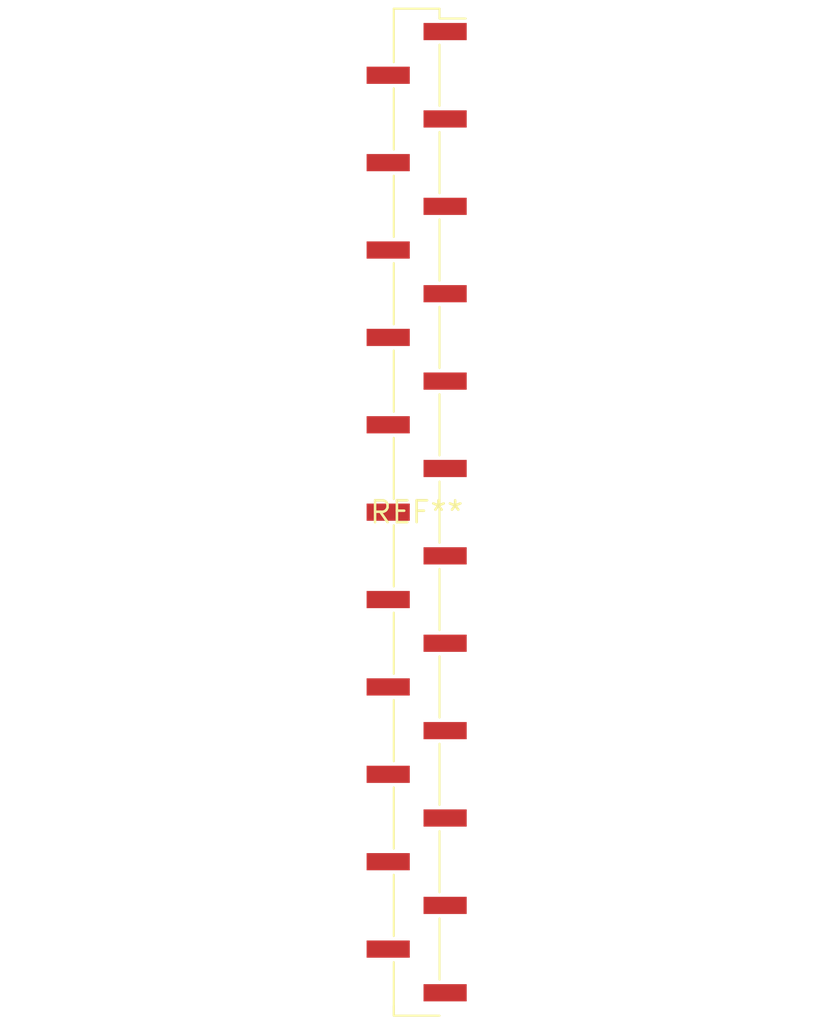
<source format=kicad_pcb>
(kicad_pcb (version 20240108) (generator pcbnew)
  (layers (0 "F.Cu" signal) (31 "B.Cu" signal) (34 "B.Paste" user) (35 "F.Paste" user) (36 "B.SilkS" user "B.Silkscreen") (37 "F.SilkS" user "F.Silkscreen") (38 "B.Mask" user) (39 "F.Mask" user) (44 "Edge.Cuts" user))
  (net 0 "")
  (footprint "PinHeader_1x23_P2.54mm_Vertical_SMD_Pin1Right" (layer "F.Cu") (at 0 0)
    (property "Reference" "REF**")
    (property "Value" "PinHeader_1x23_P2.54mm_Vertical_SMD_Pin1Right")
    (fp_line (start -1.33 -29.27) (end -1.33 -26.16) (layer "F.SilkS") (stroke (width 0.12)))
    (fp_line (start -1.33 -29.27) (end 1.33 -29.27) (layer "F.SilkS") (stroke (width 0.12)))
    (fp_line (start -1.33 -24.64) (end -1.33 -21.08) (layer "F.SilkS") (stroke (width 0.12)))
    (fp_line (start -1.33 -19.56) (end -1.33 -16) (layer "F.SilkS") (stroke (width 0.12)))
    (fp_line (start -1.33 -14.48) (end -1.33 -10.92) (layer "F.SilkS") (stroke (width 0.12)))
    (fp_line (start -1.33 -9.4) (end -1.33 -5.84) (layer "F.SilkS") (stroke (width 0.12)))
    (fp_line (start -1.33 -4.32) (end -1.33 -0.76) (layer "F.SilkS") (stroke (width 0.12)))
    (fp_line (start -1.33 0.76) (end -1.33 4.32) (layer "F.SilkS") (stroke (width 0.12)))
    (fp_line (start -1.33 5.84) (end -1.33 9.4) (layer "F.SilkS") (stroke (width 0.12)))
    (fp_line (start -1.33 10.92) (end -1.33 14.48) (layer "F.SilkS") (stroke (width 0.12)))
    (fp_line (start -1.33 16) (end -1.33 19.56) (layer "F.SilkS") (stroke (width 0.12)))
    (fp_line (start -1.33 21.08) (end -1.33 24.64) (layer "F.SilkS") (stroke (width 0.12)))
    (fp_line (start -1.33 26.16) (end -1.33 29.27) (layer "F.SilkS") (stroke (width 0.12)))
    (fp_line (start -1.33 28.7) (end -1.33 29.27) (layer "F.SilkS") (stroke (width 0.12)))
    (fp_line (start -1.33 29.27) (end 1.33 29.27) (layer "F.SilkS") (stroke (width 0.12)))
    (fp_line (start 1.33 -29.27) (end 1.33 -28.7) (layer "F.SilkS") (stroke (width 0.12)))
    (fp_line (start 1.33 -28.7) (end 2.85 -28.7) (layer "F.SilkS") (stroke (width 0.12)))
    (fp_line (start 1.33 -27.18) (end 1.33 -23.62) (layer "F.SilkS") (stroke (width 0.12)))
    (fp_line (start 1.33 -22.1) (end 1.33 -18.54) (layer "F.SilkS") (stroke (width 0.12)))
    (fp_line (start 1.33 -17.02) (end 1.33 -13.46) (layer "F.SilkS") (stroke (width 0.12)))
    (fp_line (start 1.33 -11.94) (end 1.33 -8.38) (layer "F.SilkS") (stroke (width 0.12)))
    (fp_line (start 1.33 -6.86) (end 1.33 -3.3) (layer "F.SilkS") (stroke (width 0.12)))
    (fp_line (start 1.33 -1.78) (end 1.33 1.78) (layer "F.SilkS") (stroke (width 0.12)))
    (fp_line (start 1.33 3.3) (end 1.33 6.86) (layer "F.SilkS") (stroke (width 0.12)))
    (fp_line (start 1.33 8.38) (end 1.33 11.94) (layer "F.SilkS") (stroke (width 0.12)))
    (fp_line (start 1.33 13.46) (end 1.33 17.02) (layer "F.SilkS") (stroke (width 0.12)))
    (fp_line (start 1.33 18.54) (end 1.33 22.1) (layer "F.SilkS") (stroke (width 0.12)))
    (fp_line (start 1.33 23.62) (end 1.33 27.18) (layer "F.SilkS") (stroke (width 0.12)))
    (pad "1" smd rect (at 1.655 -27.94) (size 2.51 1) (layers "F.Cu" "F.Paste" "F.Mask"))
    (pad "2" smd rect (at -1.655 -25.4) (size 2.51 1) (layers "F.Cu" "F.Paste" "F.Mask"))
    (pad "3" smd rect (at 1.655 -22.86) (size 2.51 1) (layers "F.Cu" "F.Paste" "F.Mask"))
    (pad "4" smd rect (at -1.655 -20.32) (size 2.51 1) (layers "F.Cu" "F.Paste" "F.Mask"))
    (pad "5" smd rect (at 1.655 -17.78) (size 2.51 1) (layers "F.Cu" "F.Paste" "F.Mask"))
    (pad "6" smd rect (at -1.655 -15.24) (size 2.51 1) (layers "F.Cu" "F.Paste" "F.Mask"))
    (pad "7" smd rect (at 1.655 -12.7) (size 2.51 1) (layers "F.Cu" "F.Paste" "F.Mask"))
    (pad "8" smd rect (at -1.655 -10.16) (size 2.51 1) (layers "F.Cu" "F.Paste" "F.Mask"))
    (pad "9" smd rect (at 1.655 -7.62) (size 2.51 1) (layers "F.Cu" "F.Paste" "F.Mask"))
    (pad "10" smd rect (at -1.655 -5.08) (size 2.51 1) (layers "F.Cu" "F.Paste" "F.Mask"))
    (pad "11" smd rect (at 1.655 -2.54) (size 2.51 1) (layers "F.Cu" "F.Paste" "F.Mask"))
    (pad "12" smd rect (at -1.655 0) (size 2.51 1) (layers "F.Cu" "F.Paste" "F.Mask"))
    (pad "13" smd rect (at 1.655 2.54) (size 2.51 1) (layers "F.Cu" "F.Paste" "F.Mask"))
    (pad "14" smd rect (at -1.655 5.08) (size 2.51 1) (layers "F.Cu" "F.Paste" "F.Mask"))
    (pad "15" smd rect (at 1.655 7.62) (size 2.51 1) (layers "F.Cu" "F.Paste" "F.Mask"))
    (pad "16" smd rect (at -1.655 10.16) (size 2.51 1) (layers "F.Cu" "F.Paste" "F.Mask"))
    (pad "17" smd rect (at 1.655 12.7) (size 2.51 1) (layers "F.Cu" "F.Paste" "F.Mask"))
    (pad "18" smd rect (at -1.655 15.24) (size 2.51 1) (layers "F.Cu" "F.Paste" "F.Mask"))
    (pad "19" smd rect (at 1.655 17.78) (size 2.51 1) (layers "F.Cu" "F.Paste" "F.Mask"))
    (pad "20" smd rect (at -1.655 20.32) (size 2.51 1) (layers "F.Cu" "F.Paste" "F.Mask"))
    (pad "21" smd rect (at 1.655 22.86) (size 2.51 1) (layers "F.Cu" "F.Paste" "F.Mask"))
    (pad "22" smd rect (at -1.655 25.4) (size 2.51 1) (layers "F.Cu" "F.Paste" "F.Mask"))
    (pad "23" smd rect (at 1.655 27.94) (size 2.51 1) (layers "F.Cu" "F.Paste" "F.Mask"))
  )
)
</source>
